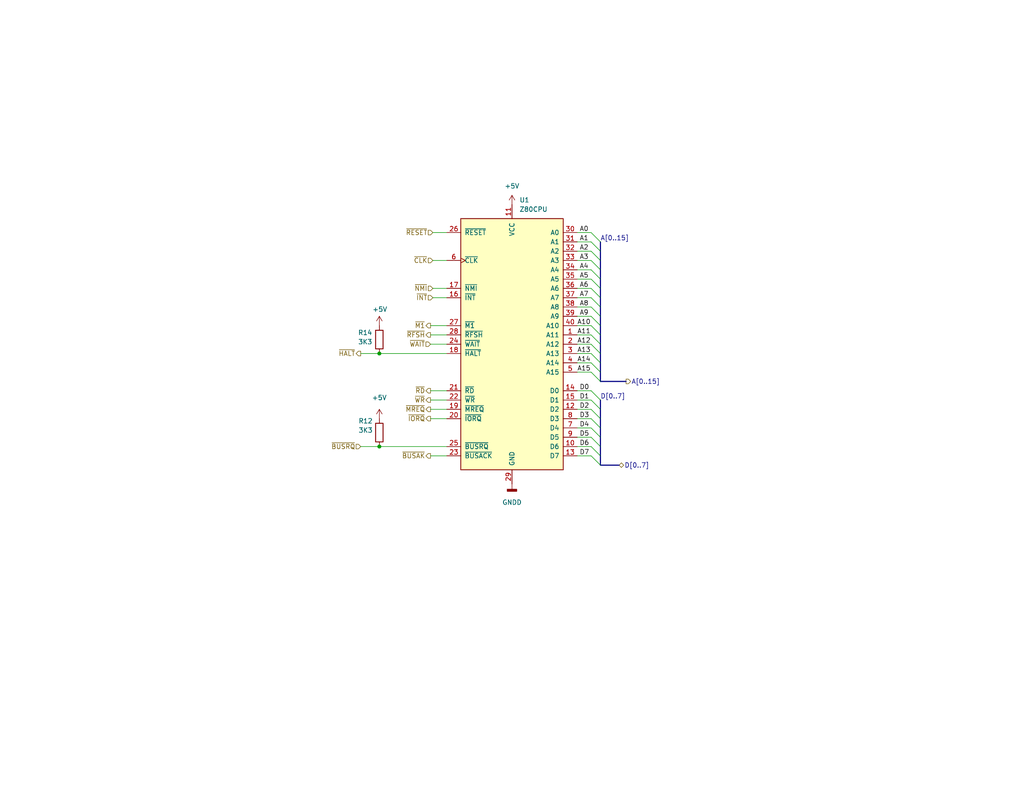
<source format=kicad_sch>
(kicad_sch (version 20211123) (generator eeschema)
  (paper "USLetter")
  (title_block (title "Colecovision Schematic") (date "2023-01-09") (rev "F.0") (comment 1 "Jay Convertino"))
  (lib_symbols
    (symbol "CPU:Z80CPU" (pin_names (offset 1.016))
      (property "Reference" "U" (at -13.97 35.56 0))
      (property "Value" "Z80CPU" (at 6.35 35.56 0))
      (symbol "Z80CPU_0_1"
        (rectangle (start -13.97 34.29) (end 13.97 -34.29) (stroke (width 0.254)) (fill (type background)))
      )
      (symbol "Z80CPU_1_1"
        (pin output line (at 17.78 2.54 180) (length 3.81) (name "A11") (number "1"))
        (pin bidirectional line (at 17.78 -27.94 180) (length 3.81) (name "D6") (number "10"))
        (pin power_in line (at 0 38.1 270) (length 3.81) (name "VCC") (number "11"))
        (pin bidirectional line (at 17.78 -17.78 180) (length 3.81) (name "D2") (number "12"))
        (pin bidirectional line (at 17.78 -30.48 180) (length 3.81) (name "D7") (number "13"))
        (pin bidirectional line (at 17.78 -12.7 180) (length 3.81) (name "D0") (number "14"))
        (pin bidirectional line (at 17.78 -15.24 180) (length 3.81) (name "D1") (number "15"))
        (pin input line (at -17.78 12.7 0) (length 3.81) (name "~{INT}") (number "16"))
        (pin input line (at -17.78 15.24 0) (length 3.81) (name "~{NMI}") (number "17"))
        (pin output line (at -17.78 -2.54 0) (length 3.81) (name "~{HALT}") (number "18"))
        (pin output line (at -17.78 -17.78 0) (length 3.81) (name "~{MREQ}") (number "19"))
        (pin output line (at 17.78 0 180) (length 3.81) (name "A12") (number "2"))
        (pin output line (at -17.78 -20.32 0) (length 3.81) (name "~{IORQ}") (number "20"))
        (pin output line (at -17.78 -12.7 0) (length 3.81) (name "~{RD}") (number "21"))
        (pin output line (at -17.78 -15.24 0) (length 3.81) (name "~{WR}") (number "22"))
        (pin output line (at -17.78 -30.48 0) (length 3.81) (name "~{BUSACK}") (number "23"))
        (pin input line (at -17.78 0 0) (length 3.81) (name "~{WAIT}") (number "24"))
        (pin input line (at -17.78 -27.94 0) (length 3.81) (name "~{BUSRQ}") (number "25"))
        (pin input line (at -17.78 30.48 0) (length 3.81) (name "~{RESET}") (number "26"))
        (pin output line (at -17.78 5.08 0) (length 3.81) (name "~{M1}") (number "27"))
        (pin output line (at -17.78 2.54 0) (length 3.81) (name "~{RFSH}") (number "28"))
        (pin power_in line (at 0 -38.1 90) (length 3.81) (name "GND") (number "29"))
        (pin output line (at 17.78 -2.54 180) (length 3.81) (name "A13") (number "3"))
        (pin output line (at 17.78 30.48 180) (length 3.81) (name "A0") (number "30"))
        (pin output line (at 17.78 27.94 180) (length 3.81) (name "A1") (number "31"))
        (pin output line (at 17.78 25.4 180) (length 3.81) (name "A2") (number "32"))
        (pin output line (at 17.78 22.86 180) (length 3.81) (name "A3") (number "33"))
        (pin output line (at 17.78 20.32 180) (length 3.81) (name "A4") (number "34"))
        (pin output line (at 17.78 17.78 180) (length 3.81) (name "A5") (number "35"))
        (pin output line (at 17.78 15.24 180) (length 3.81) (name "A6") (number "36"))
        (pin output line (at 17.78 12.7 180) (length 3.81) (name "A7") (number "37"))
        (pin output line (at 17.78 10.16 180) (length 3.81) (name "A8") (number "38"))
        (pin output line (at 17.78 7.62 180) (length 3.81) (name "A9") (number "39"))
        (pin output line (at 17.78 -5.08 180) (length 3.81) (name "A14") (number "4"))
        (pin output line (at 17.78 5.08 180) (length 3.81) (name "A10") (number "40"))
        (pin output line (at 17.78 -7.62 180) (length 3.81) (name "A15") (number "5"))
        (pin input clock (at -17.78 22.86 0) (length 3.81) (name "~{CLK}") (number "6"))
        (pin bidirectional line (at 17.78 -22.86 180) (length 3.81) (name "D4") (number "7"))
        (pin bidirectional line (at 17.78 -20.32 180) (length 3.81) (name "D3") (number "8"))
        (pin bidirectional line (at 17.78 -25.4 180) (length 3.81) (name "D5") (number "9"))
      )
    )
    (symbol "Device:R" (pin_numbers hide) (pin_names (offset 0))
      (property "Reference" "R" (at 2.032 0 90))
      (property "Value" "R" (at 0 0 90))
      (symbol "R_0_1"
        (rectangle (start -1.016 -2.54) (end 1.016 2.54) (stroke (width 0.254)))
      )
      (symbol "R_1_1"
        (pin passive line (at 0 3.81 270) (length 1.27) (name "~") (number "1"))
        (pin passive line (at 0 -3.81 90) (length 1.27) (name "~") (number "2"))
      )
    )
    (symbol "power:+5V" (power) (pin_names (offset 0))
      (property "Value" "+5V" (at 0 3.556 0))
      (symbol "+5V_0_1"
        (polyline (pts (xy -0.762 1.27) (xy 0 2.54)))
        (polyline (pts (xy 0 0) (xy 0 2.54)))
        (polyline (pts (xy 0 2.54) (xy 0.762 1.27)))
      )
      (symbol "+5V_1_1"
        (pin power_in line (at 0 0 90) (length 0) hide (name "+5V") (number "1"))
      )
    )
    (symbol "power:GNDD" (power) (pin_names (offset 0))
      (property "Value" "GNDD" (at 0 -3.175 0))
      (symbol "GNDD_0_1"
        (rectangle (start -1.27 -1.524) (end 1.27 -2.032) (stroke (width 0.254)) (fill (type outline)))
        (polyline (pts (xy 0 0) (xy 0 -1.524)))
      )
      (symbol "GNDD_1_1"
        (pin power_in line (at 0 0 270) (length 0) hide (name "GNDD") (number "1"))
      )
    )
  )
  (junction (at 103.505 121.92))
  (junction (at 103.505 96.52))
  (bus_entry (at 161.29 86.36) (size 2.54 2.54))
  (bus_entry (at 161.29 99.06) (size 2.54 2.54))
  (bus_entry (at 161.29 76.2) (size 2.54 2.54))
  (bus_entry (at 161.29 93.98) (size 2.54 2.54))
  (bus_entry (at 161.29 111.76) (size 2.54 2.54))
  (bus_entry (at 161.29 83.82) (size 2.54 2.54))
  (bus_entry (at 161.29 116.84) (size 2.54 2.54))
  (bus_entry (at 161.29 119.38) (size 2.54 2.54))
  (bus_entry (at 161.29 124.46) (size 2.54 2.54))
  (bus_entry (at 161.29 81.28) (size 2.54 2.54))
  (bus_entry (at 161.29 101.6) (size 2.54 2.54))
  (bus_entry (at 161.29 68.58) (size 2.54 2.54))
  (bus_entry (at 161.29 109.22) (size 2.54 2.54))
  (bus_entry (at 161.29 121.92) (size 2.54 2.54))
  (bus_entry (at 161.29 91.44) (size 2.54 2.54))
  (bus_entry (at 161.29 106.68) (size 2.54 2.54))
  (bus_entry (at 161.29 73.66) (size 2.54 2.54))
  (bus_entry (at 161.29 66.04) (size 2.54 2.54))
  (bus_entry (at 161.29 71.12) (size 2.54 2.54))
  (bus_entry (at 161.29 96.52) (size 2.54 2.54))
  (bus_entry (at 161.29 78.74) (size 2.54 2.54))
  (bus_entry (at 161.29 88.9) (size 2.54 2.54))
  (bus_entry (at 161.29 63.5) (size 2.54 2.54))
  (bus_entry (at 161.29 114.3) (size 2.54 2.54))
  (wire (pts (xy 117.475 111.76) (xy 121.92 111.76)))
  (bus (pts (xy 163.83 66.04) (xy 163.83 68.58)))
  (bus (pts (xy 163.83 73.66) (xy 163.83 76.2)))
  (bus (pts (xy 163.83 116.84) (xy 163.83 119.38)))
  (bus (pts (xy 163.83 109.22) (xy 163.83 111.76)))
  (wire (pts (xy 118.11 78.74) (xy 121.92 78.74)))
  (wire (pts (xy 103.505 96.52) (xy 121.92 96.52)))
  (wire (pts (xy 157.48 114.3) (xy 161.29 114.3)))
  (wire (pts (xy 117.475 124.46) (xy 121.92 124.46)))
  (wire (pts (xy 157.48 66.04) (xy 161.29 66.04)))
  (bus (pts (xy 163.83 68.58) (xy 163.83 71.12)))
  (wire (pts (xy 157.48 111.76) (xy 161.29 111.76)))
  (wire (pts (xy 98.425 96.52) (xy 103.505 96.52)))
  (wire (pts (xy 117.475 109.22) (xy 121.92 109.22)))
  (wire (pts (xy 118.11 81.28) (xy 121.92 81.28)))
  (wire (pts (xy 157.48 99.06) (xy 161.29 99.06)))
  (wire (pts (xy 157.48 83.82) (xy 161.29 83.82)))
  (wire (pts (xy 157.48 116.84) (xy 161.29 116.84)))
  (bus (pts (xy 163.83 127) (xy 168.91 127)))
  (wire (pts (xy 118.11 71.12) (xy 121.92 71.12)))
  (bus (pts (xy 163.83 114.3) (xy 163.83 116.84)))
  (wire (pts (xy 157.48 96.52) (xy 161.29 96.52)))
  (wire (pts (xy 98.425 121.92) (xy 103.505 121.92)))
  (wire (pts (xy 157.48 91.44) (xy 161.29 91.44)))
  (bus (pts (xy 163.83 99.06) (xy 163.83 101.6)))
  (bus (pts (xy 163.83 104.14) (xy 170.815 104.14)))
  (wire (pts (xy 157.48 78.74) (xy 161.29 78.74)))
  (wire (pts (xy 157.48 71.12) (xy 161.29 71.12)))
  (bus (pts (xy 163.83 111.76) (xy 163.83 114.3)))
  (bus (pts (xy 163.83 78.74) (xy 163.83 81.28)))
  (wire (pts (xy 157.48 68.58) (xy 161.29 68.58)))
  (bus (pts (xy 163.83 93.98) (xy 163.83 96.52)))
  (bus (pts (xy 163.83 83.82) (xy 163.83 86.36)))
  (wire (pts (xy 157.48 121.92) (xy 161.29 121.92)))
  (bus (pts (xy 163.83 124.46) (xy 163.83 127)))
  (wire (pts (xy 117.475 106.68) (xy 121.92 106.68)))
  (wire (pts (xy 157.48 119.38) (xy 161.29 119.38)))
  (bus (pts (xy 163.83 76.2) (xy 163.83 78.74)))
  (wire (pts (xy 157.48 76.2) (xy 161.29 76.2)))
  (bus (pts (xy 163.83 86.36) (xy 163.83 88.9)))
  (bus (pts (xy 163.83 88.9) (xy 163.83 91.44)))
  (bus (pts (xy 163.83 121.92) (xy 163.83 124.46)))
  (wire (pts (xy 157.48 88.9) (xy 161.29 88.9)))
  (bus (pts (xy 163.83 101.6) (xy 163.83 104.14)))
  (wire (pts (xy 157.48 101.6) (xy 161.29 101.6)))
  (wire (pts (xy 117.475 91.44) (xy 121.92 91.44)))
  (bus (pts (xy 163.83 119.38) (xy 163.83 121.92)))
  (wire (pts (xy 157.48 93.98) (xy 161.29 93.98)))
  (wire (pts (xy 157.48 73.66) (xy 161.29 73.66)))
  (bus (pts (xy 163.83 71.12) (xy 163.83 73.66)))
  (wire (pts (xy 157.48 106.68) (xy 161.29 106.68)))
  (wire (pts (xy 117.475 88.9) (xy 121.92 88.9)))
  (wire (pts (xy 117.475 93.98) (xy 121.92 93.98)))
  (wire (pts (xy 118.11 63.5) (xy 121.92 63.5)))
  (wire (pts (xy 157.48 109.22) (xy 161.29 109.22)))
  (wire (pts (xy 157.48 86.36) (xy 161.29 86.36)))
  (wire (pts (xy 157.48 124.46) (xy 161.29 124.46)))
  (bus (pts (xy 163.83 91.44) (xy 163.83 93.98)))
  (bus (pts (xy 163.83 96.52) (xy 163.83 99.06)))
  (wire (pts (xy 117.475 114.3) (xy 121.92 114.3)))
  (bus (pts (xy 163.83 81.28) (xy 163.83 83.82)))
  (wire (pts (xy 103.505 121.92) (xy 121.92 121.92)))
  (wire (pts (xy 157.48 63.5) (xy 161.29 63.5)))
  (wire (pts (xy 157.48 81.28) (xy 161.29 81.28)))
  (label "D4" (at 158.115 116.84 0))
  (label "A8" (at 158.115 83.82 0))
  (label "D5" (at 158.115 119.38 0))
  (label "A14" (at 157.48 99.06 0))
  (label "A0" (at 158.115 63.5 0))
  (label "A7" (at 158.115 81.28 0))
  (label "A12" (at 157.48 93.98 0))
  (label "A1" (at 158.115 66.04 0))
  (label "A2" (at 158.115 68.58 0))
  (label "A13" (at 157.48 96.52 0))
  (label "A6" (at 158.115 78.74 0))
  (label "D[0..7]" (at 163.83 109.22 0))
  (label "A9" (at 158.115 86.36 0))
  (label "A4" (at 158.115 73.66 0))
  (label "D0" (at 158.115 106.68 0))
  (label "D1" (at 158.115 109.22 0))
  (label "D2" (at 158.115 111.76 0))
  (label "D7" (at 158.115 124.46 0))
  (label "A5" (at 158.115 76.2 0))
  (label "A10" (at 157.48 88.9 0))
  (label "D6" (at 158.115 121.92 0))
  (label "A15" (at 157.48 101.6 0))
  (label "D3" (at 158.115 114.3 0))
  (label "A11" (at 157.48 91.44 0))
  (label "A[0..15]" (at 163.83 66.04 0))
  (label "A3" (at 158.115 71.12 0))
  (hierarchical_label "~{BUSRQ}" (shape input) (at 98.425 121.92 180))
  (hierarchical_label "~{RFSH}" (shape output) (at 117.475 91.44 180))
  (hierarchical_label "A[0..15]" (shape output) (at 170.815 104.14 0))
  (hierarchical_label "~{CLK}" (shape input) (at 118.11 71.12 180))
  (hierarchical_label "~{WR}" (shape output) (at 117.475 109.22 180))
  (hierarchical_label "~{RD}" (shape output) (at 117.475 106.68 180))
  (hierarchical_label "~{RESET}" (shape input) (at 118.11 63.5 180))
  (hierarchical_label "~{INT}" (shape input) (at 118.11 81.28 180))
  (hierarchical_label "~{M1}" (shape output) (at 117.475 88.9 180))
  (hierarchical_label "~{MREQ}" (shape output) (at 117.475 111.76 180))
  (hierarchical_label "~{BUSAK}" (shape output) (at 117.475 124.46 180))
  (hierarchical_label "D[0..7]" (shape bidirectional) (at 168.91 127 0))
  (hierarchical_label "~{HALT}" (shape output) (at 98.425 96.52 180))
  (hierarchical_label "~{WAIT}" (shape input) (at 117.475 93.98 180))
  (hierarchical_label "~{NMI}" (shape input) (at 118.11 78.74 180))
  (hierarchical_label "~{IORQ}" (shape output) (at 117.475 114.3 180))
  (symbol (lib_id "power:+5V") (at 139.7 55.88 0) (unit 1)
    (property "Reference" "#PWR0127" (effects hide))
    (property "Value" "+5V" (at 139.7 50.8 0))
  )
  (symbol (lib_id "Device:R") (at 103.505 118.11 0) (mirror y) (unit 1)
    (property "Reference" "R12" (at 97.79 114.935 0) (effects (justify right)))
    (property "Value" "3K3" (at 97.79 117.475 0) (effects (justify right)))
    (property "Footprint" "Resistor_THT:R_Axial_DIN0207_L6.3mm_D2.5mm_P7.62mm_Horizontal" (effects hide))
  )
  (symbol (lib_id "CPU:Z80CPU") (at 139.7 93.98 0) (unit 1)
    (property "Reference" "U1" (at 141.7194 54.61 0) (effects (justify left)))
    (property "Value" "Z80CPU" (at 141.7194 57.15 0) (effects (justify left)))
    (property "Footprint" "Package_DIP:DIP-40_W15.24mm_LongPads" (effects hide))
    (property "Datasheet" "www.zilog.com/manage_directlink.php?filepath=docs/z80/um0080" (effects hide))
  )
  (symbol (lib_id "power:GNDD") (at 139.7 132.08 0) (unit 1)
    (property "Reference" "#PWR0126" (effects hide))
    (property "Value" "GNDD" (at 139.7 137.16 0))
  )
  (symbol (lib_id "Device:R") (at 103.505 92.71 180) (unit 1)
    (property "Reference" "R14" (at 101.6 90.805 0) (effects (justify left)))
    (property "Value" "3K3" (at 101.6 93.345 0) (effects (justify left)))
    (property "Footprint" "Resistor_THT:R_Axial_DIN0207_L6.3mm_D2.5mm_P7.62mm_Horizontal" (effects hide))
  )
  (symbol (lib_id "power:+5V") (at 103.505 114.3 0) (unit 1)
    (property "Reference" "#PWR0128" (effects hide))
    (property "Value" "+5V" (at 103.505 108.585 0))
  )
  (symbol (lib_id "power:+5V") (at 103.505 88.9 0) (unit 1)
    (property "Reference" "#PWR0129" (effects hide))
    (property "Value" "+5V" (at 101.6 84.455 0) (effects (justify left)))
  )
)
</source>
